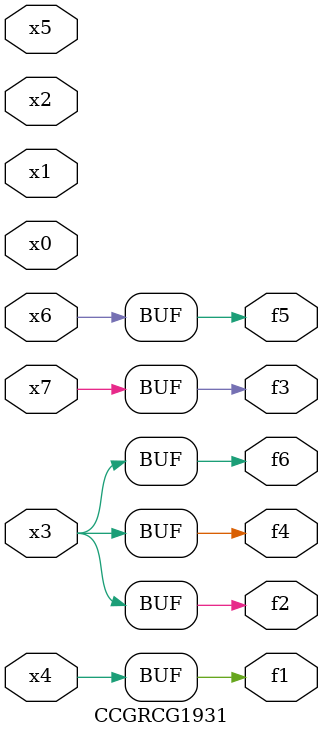
<source format=v>
module CCGRCG1931(
	input x0, x1, x2, x3, x4, x5, x6, x7,
	output f1, f2, f3, f4, f5, f6
);
	assign f1 = x4;
	assign f2 = x3;
	assign f3 = x7;
	assign f4 = x3;
	assign f5 = x6;
	assign f6 = x3;
endmodule

</source>
